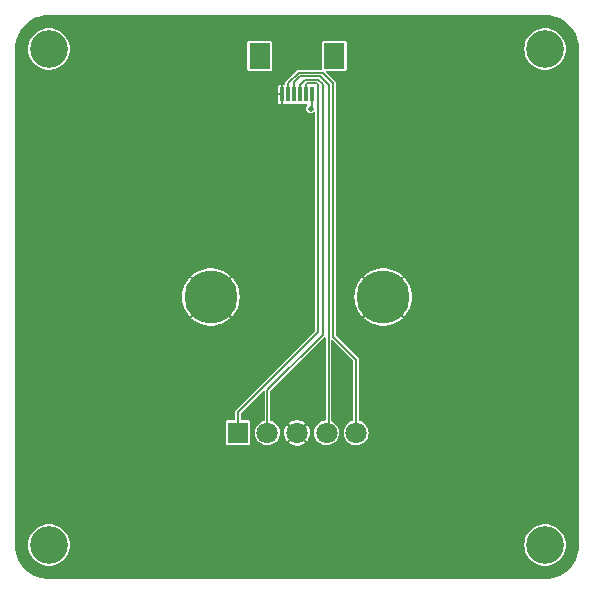
<source format=gbr>
%TF.GenerationSoftware,KiCad,Pcbnew,7.0.7*%
%TF.CreationDate,2024-01-26T16:40:15-05:00*%
%TF.ProjectId,midi-controller_encoder,6d696469-2d63-46f6-9e74-726f6c6c6572,rev?*%
%TF.SameCoordinates,Original*%
%TF.FileFunction,Copper,L2,Bot*%
%TF.FilePolarity,Positive*%
%FSLAX46Y46*%
G04 Gerber Fmt 4.6, Leading zero omitted, Abs format (unit mm)*
G04 Created by KiCad (PCBNEW 7.0.7) date 2024-01-26 16:40:15*
%MOMM*%
%LPD*%
G01*
G04 APERTURE LIST*
%TA.AperFunction,ComponentPad*%
%ADD10C,3.200000*%
%TD*%
%TA.AperFunction,ComponentPad*%
%ADD11R,1.800000X1.800000*%
%TD*%
%TA.AperFunction,ComponentPad*%
%ADD12C,1.800000*%
%TD*%
%TA.AperFunction,ComponentPad*%
%ADD13C,4.500000*%
%TD*%
%TA.AperFunction,SMDPad,CuDef*%
%ADD14R,0.300000X1.300000*%
%TD*%
%TA.AperFunction,SMDPad,CuDef*%
%ADD15R,1.800000X2.200000*%
%TD*%
%TA.AperFunction,ViaPad*%
%ADD16C,0.508000*%
%TD*%
%TA.AperFunction,Conductor*%
%ADD17C,0.152400*%
%TD*%
G04 APERTURE END LIST*
D10*
%TO.P,H4,MP,MP*%
%TO.N,unconnected-(H4-PadMP)*%
X162000000Y-114100000D03*
%TD*%
D11*
%TO.P,SW1,1,P1*%
%TO.N,/ENC_0*%
X136000000Y-104600000D03*
D12*
%TO.P,SW1,2,P2*%
%TO.N,/ENC_1*%
X138500000Y-104600000D03*
%TO.P,SW1,3,GND*%
%TO.N,GND*%
X141000000Y-104600000D03*
%TO.P,SW1,4,P3*%
%TO.N,/ENC_2*%
X143500000Y-104600000D03*
%TO.P,SW1,5,P4*%
%TO.N,/ENC_3*%
X146000000Y-104600000D03*
D13*
%TO.P,SW1,MP,MP*%
%TO.N,GND*%
X133700000Y-93100000D03*
X148300000Y-93100000D03*
%TD*%
D10*
%TO.P,H2,MP,MP*%
%TO.N,unconnected-(H2-PadMP)*%
X162000000Y-72100000D03*
%TD*%
%TO.P,H3,MP,MP*%
%TO.N,unconnected-(H3-PadMP)*%
X120000000Y-114100000D03*
%TD*%
%TO.P,H1,MP,MP*%
%TO.N,unconnected-(H1-PadMP)*%
X120000000Y-72100000D03*
%TD*%
D14*
%TO.P,J1,1,Pin_1*%
%TO.N,GND*%
X139750000Y-75950000D03*
%TO.P,J1,2,Pin_2*%
%TO.N,/ENC_3*%
X140250000Y-75950000D03*
%TO.P,J1,3,Pin_3*%
%TO.N,/ENC_2*%
X140750000Y-75950000D03*
%TO.P,J1,4,Pin_4*%
%TO.N,/ENC_1*%
X141250000Y-75950000D03*
%TO.P,J1,5,Pin_5*%
%TO.N,/ENC_0*%
X141750000Y-75950000D03*
%TO.P,J1,6,Pin_6*%
%TO.N,+3.3V*%
X142250000Y-75950000D03*
D15*
%TO.P,J1,MP*%
%TO.N,N/C*%
X137850000Y-72700000D03*
X144150000Y-72700000D03*
%TD*%
D16*
%TO.N,+3.3V*%
X142143000Y-77148000D03*
%TD*%
D17*
%TO.N,+3.3V*%
X142250000Y-77041000D02*
X142143000Y-77148000D01*
X142250000Y-75950000D02*
X142250000Y-77041000D01*
%TO.N,/ENC_0*%
X142778000Y-96071000D02*
X136000000Y-102849000D01*
X141883200Y-75014400D02*
X142676400Y-75014400D01*
X136000000Y-102849000D02*
X136000000Y-104600000D01*
X141750000Y-75950000D02*
X141750000Y-75147600D01*
X142778000Y-75116000D02*
X142778000Y-96071000D01*
X142676400Y-75014400D02*
X142778000Y-75116000D01*
X141750000Y-75147600D02*
X141883200Y-75014400D01*
%TO.N,/ENC_1*%
X143159000Y-75065948D02*
X143159000Y-96325000D01*
X141250000Y-75950000D02*
X141250000Y-75124000D01*
X141250000Y-75124000D02*
X141664400Y-74709600D01*
X138500000Y-100984000D02*
X138500000Y-104600000D01*
X141664400Y-74709600D02*
X142802652Y-74709600D01*
X143159000Y-96325000D02*
X138500000Y-100984000D01*
X142802652Y-74709600D02*
X143159000Y-75065948D01*
%TO.N,/ENC_2*%
X143667000Y-75116000D02*
X143667000Y-104433000D01*
X140750000Y-75950000D02*
X140750000Y-74921500D01*
X141266700Y-74404800D02*
X142955800Y-74404800D01*
X142955800Y-74404800D02*
X143667000Y-75116000D01*
X140750000Y-74921500D02*
X141266700Y-74404800D01*
X143667000Y-104433000D02*
X143500000Y-104600000D01*
%TO.N,/ENC_3*%
X146000000Y-98404000D02*
X146000000Y-104600000D01*
X143159000Y-74100000D02*
X144048000Y-74989000D01*
X141127000Y-74100000D02*
X143159000Y-74100000D01*
X144048000Y-96452000D02*
X146000000Y-98404000D01*
X140250000Y-74977000D02*
X141127000Y-74100000D01*
X140250000Y-75950000D02*
X140250000Y-74977000D01*
X144048000Y-74989000D02*
X144048000Y-96452000D01*
%TD*%
%TA.AperFunction,Conductor*%
%TO.N,GND*%
G36*
X162001047Y-69227559D02*
G01*
X162319514Y-69245444D01*
X162323690Y-69245914D01*
X162637110Y-69299166D01*
X162641217Y-69300104D01*
X162946693Y-69388109D01*
X162950676Y-69389503D01*
X163244378Y-69511158D01*
X163248180Y-69512989D01*
X163526416Y-69666765D01*
X163529984Y-69669007D01*
X163789252Y-69852967D01*
X163792547Y-69855595D01*
X164029593Y-70067432D01*
X164032567Y-70070406D01*
X164244401Y-70307448D01*
X164247032Y-70310747D01*
X164430989Y-70570010D01*
X164433234Y-70573583D01*
X164587010Y-70851819D01*
X164588841Y-70855621D01*
X164710496Y-71149323D01*
X164711890Y-71153306D01*
X164799895Y-71458782D01*
X164800834Y-71462895D01*
X164854083Y-71776291D01*
X164854555Y-71780485D01*
X164872441Y-72098951D01*
X164872500Y-72101060D01*
X164872500Y-114098939D01*
X164872441Y-114101048D01*
X164854555Y-114419514D01*
X164854083Y-114423708D01*
X164800834Y-114737104D01*
X164799895Y-114741217D01*
X164711890Y-115046693D01*
X164710496Y-115050676D01*
X164588841Y-115344378D01*
X164587010Y-115348180D01*
X164433234Y-115626416D01*
X164430989Y-115629989D01*
X164247032Y-115889252D01*
X164244401Y-115892551D01*
X164032572Y-116129588D01*
X164029588Y-116132572D01*
X163792551Y-116344401D01*
X163789252Y-116347032D01*
X163529989Y-116530989D01*
X163526416Y-116533234D01*
X163248180Y-116687010D01*
X163244378Y-116688841D01*
X162950676Y-116810496D01*
X162946693Y-116811890D01*
X162641217Y-116899895D01*
X162637104Y-116900834D01*
X162371150Y-116946022D01*
X162323706Y-116954083D01*
X162319514Y-116954555D01*
X162001048Y-116972441D01*
X161998939Y-116972500D01*
X120001061Y-116972500D01*
X119998952Y-116972441D01*
X119680485Y-116954555D01*
X119676295Y-116954083D01*
X119553122Y-116933155D01*
X119362895Y-116900834D01*
X119358782Y-116899895D01*
X119053306Y-116811890D01*
X119049323Y-116810496D01*
X118755621Y-116688841D01*
X118751819Y-116687010D01*
X118473583Y-116533234D01*
X118470010Y-116530989D01*
X118210747Y-116347032D01*
X118207448Y-116344401D01*
X118174001Y-116314511D01*
X117970406Y-116132567D01*
X117967432Y-116129593D01*
X117755595Y-115892547D01*
X117752967Y-115889252D01*
X117699391Y-115813744D01*
X117569007Y-115629984D01*
X117566765Y-115626416D01*
X117412989Y-115348180D01*
X117411158Y-115344378D01*
X117289503Y-115050676D01*
X117288109Y-115046693D01*
X117200104Y-114741217D01*
X117199165Y-114737104D01*
X117145914Y-114423690D01*
X117145444Y-114419514D01*
X117127559Y-114101047D01*
X117127530Y-114100000D01*
X118242185Y-114100000D01*
X118261818Y-114361989D01*
X118320280Y-114618125D01*
X118320281Y-114618128D01*
X118320282Y-114618131D01*
X118416259Y-114862679D01*
X118416265Y-114862691D01*
X118547622Y-115090208D01*
X118547623Y-115090209D01*
X118547625Y-115090212D01*
X118711430Y-115295618D01*
X118904020Y-115474315D01*
X119121093Y-115622312D01*
X119357798Y-115736304D01*
X119608849Y-115813743D01*
X119868638Y-115852900D01*
X119868640Y-115852900D01*
X120131360Y-115852900D01*
X120131362Y-115852900D01*
X120391151Y-115813743D01*
X120642202Y-115736304D01*
X120878908Y-115622312D01*
X121095980Y-115474315D01*
X121288570Y-115295618D01*
X121452375Y-115090212D01*
X121583737Y-114862687D01*
X121679720Y-114618125D01*
X121738182Y-114361989D01*
X121757815Y-114100000D01*
X160242185Y-114100000D01*
X160261818Y-114361989D01*
X160320280Y-114618125D01*
X160320281Y-114618128D01*
X160320282Y-114618131D01*
X160416259Y-114862679D01*
X160416265Y-114862691D01*
X160547622Y-115090208D01*
X160547623Y-115090209D01*
X160547625Y-115090212D01*
X160711430Y-115295618D01*
X160904020Y-115474315D01*
X161121093Y-115622312D01*
X161357798Y-115736304D01*
X161608849Y-115813743D01*
X161868638Y-115852900D01*
X161868640Y-115852900D01*
X162131360Y-115852900D01*
X162131362Y-115852900D01*
X162391151Y-115813743D01*
X162642202Y-115736304D01*
X162878908Y-115622312D01*
X163095980Y-115474315D01*
X163288570Y-115295618D01*
X163452375Y-115090212D01*
X163583737Y-114862687D01*
X163679720Y-114618125D01*
X163738182Y-114361989D01*
X163757815Y-114100000D01*
X163738182Y-113838011D01*
X163679720Y-113581875D01*
X163583737Y-113337313D01*
X163452375Y-113109788D01*
X163288570Y-112904382D01*
X163095980Y-112725685D01*
X162878908Y-112577688D01*
X162642202Y-112463696D01*
X162642200Y-112463695D01*
X162391154Y-112386258D01*
X162391151Y-112386257D01*
X162391147Y-112386256D01*
X162391141Y-112386255D01*
X162229965Y-112361962D01*
X162131362Y-112347100D01*
X161868638Y-112347100D01*
X161785762Y-112359591D01*
X161608858Y-112386255D01*
X161608845Y-112386258D01*
X161357799Y-112463695D01*
X161121092Y-112577688D01*
X160904022Y-112725683D01*
X160711432Y-112904379D01*
X160547625Y-113109788D01*
X160547622Y-113109791D01*
X160416265Y-113337308D01*
X160416259Y-113337320D01*
X160320282Y-113581868D01*
X160261818Y-113838008D01*
X160242185Y-114099999D01*
X160242185Y-114100000D01*
X121757815Y-114100000D01*
X121738182Y-113838011D01*
X121679720Y-113581875D01*
X121583737Y-113337313D01*
X121452375Y-113109788D01*
X121288570Y-112904382D01*
X121095980Y-112725685D01*
X120878908Y-112577688D01*
X120642202Y-112463696D01*
X120642200Y-112463695D01*
X120391154Y-112386258D01*
X120391151Y-112386257D01*
X120391147Y-112386256D01*
X120391141Y-112386255D01*
X120229965Y-112361962D01*
X120131362Y-112347100D01*
X119868638Y-112347100D01*
X119785762Y-112359591D01*
X119608858Y-112386255D01*
X119608845Y-112386258D01*
X119357799Y-112463695D01*
X119121092Y-112577688D01*
X118904022Y-112725683D01*
X118711432Y-112904379D01*
X118547625Y-113109788D01*
X118547622Y-113109791D01*
X118416265Y-113337308D01*
X118416259Y-113337320D01*
X118320282Y-113581868D01*
X118261818Y-113838008D01*
X118242185Y-114099999D01*
X118242185Y-114100000D01*
X117127530Y-114100000D01*
X117127500Y-114098939D01*
X117127500Y-105515055D01*
X134947100Y-105515055D01*
X134947101Y-105515057D01*
X134955972Y-105559659D01*
X134989764Y-105610232D01*
X134989765Y-105610232D01*
X134989766Y-105610234D01*
X135040342Y-105644028D01*
X135084943Y-105652900D01*
X136915056Y-105652899D01*
X136959658Y-105644028D01*
X137010234Y-105610234D01*
X137044028Y-105559658D01*
X137052900Y-105515057D01*
X137052899Y-103684944D01*
X137044028Y-103640342D01*
X137017601Y-103600792D01*
X137010235Y-103589767D01*
X137003710Y-103585407D01*
X136959658Y-103555972D01*
X136959656Y-103555971D01*
X136915057Y-103547100D01*
X136304300Y-103547100D01*
X136255962Y-103529507D01*
X136230242Y-103484958D01*
X136229100Y-103471900D01*
X136229100Y-102975043D01*
X136246693Y-102926705D01*
X136251126Y-102921869D01*
X136490929Y-102682066D01*
X138142527Y-101030467D01*
X138189146Y-101008728D01*
X138238833Y-101022042D01*
X138268338Y-101064179D01*
X138270900Y-101083642D01*
X138270900Y-103513445D01*
X138253307Y-103561783D01*
X138217530Y-103585407D01*
X138095122Y-103622540D01*
X137912206Y-103720310D01*
X137751884Y-103851884D01*
X137620310Y-104012206D01*
X137522538Y-104195125D01*
X137522537Y-104195129D01*
X137462333Y-104393596D01*
X137442005Y-104600000D01*
X137462333Y-104806403D01*
X137522537Y-105004870D01*
X137522538Y-105004874D01*
X137620310Y-105187793D01*
X137751884Y-105348115D01*
X137912206Y-105479689D01*
X137912207Y-105479689D01*
X137912209Y-105479691D01*
X138095123Y-105577460D01*
X138095125Y-105577461D01*
X138095129Y-105577462D01*
X138140522Y-105591231D01*
X138293595Y-105637666D01*
X138500000Y-105657995D01*
X138706405Y-105637666D01*
X138904877Y-105577460D01*
X139087791Y-105479691D01*
X139248115Y-105348115D01*
X139379691Y-105187791D01*
X139477460Y-105004877D01*
X139537666Y-104806405D01*
X139557995Y-104600002D01*
X139917583Y-104600002D01*
X139936013Y-104798894D01*
X139936014Y-104798902D01*
X139990673Y-104991009D01*
X139990674Y-104991010D01*
X140079709Y-105169817D01*
X140176408Y-105297866D01*
X140528676Y-104945597D01*
X140575297Y-104923857D01*
X140624984Y-104937171D01*
X140631090Y-104941933D01*
X140651858Y-104959929D01*
X140676868Y-105004879D01*
X140667134Y-105055389D01*
X140655787Y-105069935D01*
X140302833Y-105422888D01*
X140302834Y-105422889D01*
X140347695Y-105463784D01*
X140347702Y-105463789D01*
X140517521Y-105568938D01*
X140703782Y-105641095D01*
X140900131Y-105677800D01*
X141099868Y-105677800D01*
X141296217Y-105641095D01*
X141482477Y-105568938D01*
X141482478Y-105568938D01*
X141652304Y-105463785D01*
X141697164Y-105422889D01*
X141344211Y-105069936D01*
X141322471Y-105023315D01*
X141335785Y-104973628D01*
X141348130Y-104959938D01*
X141368906Y-104941936D01*
X141416955Y-104923580D01*
X141465565Y-104940405D01*
X141471322Y-104945597D01*
X141823590Y-105297866D01*
X141920287Y-105169821D01*
X142009325Y-104991010D01*
X142009326Y-104991009D01*
X142063985Y-104798902D01*
X142063986Y-104798894D01*
X142082417Y-104600002D01*
X142082417Y-104599997D01*
X142063986Y-104401105D01*
X142063985Y-104401097D01*
X142009326Y-104208990D01*
X142009325Y-104208989D01*
X141920287Y-104030178D01*
X141823590Y-103902131D01*
X141471321Y-104254401D01*
X141424701Y-104276141D01*
X141375014Y-104262827D01*
X141368902Y-104258060D01*
X141368900Y-104258058D01*
X141348139Y-104240069D01*
X141323130Y-104195119D01*
X141332864Y-104144609D01*
X141344211Y-104130062D01*
X141697164Y-103777109D01*
X141652304Y-103736215D01*
X141652297Y-103736210D01*
X141482478Y-103631061D01*
X141296217Y-103558904D01*
X141099869Y-103522200D01*
X140900131Y-103522200D01*
X140703782Y-103558904D01*
X140517522Y-103631061D01*
X140517521Y-103631061D01*
X140347693Y-103736216D01*
X140302834Y-103777109D01*
X140302834Y-103777110D01*
X140655787Y-104130063D01*
X140677527Y-104176683D01*
X140664213Y-104226370D01*
X140651861Y-104240067D01*
X140631100Y-104258058D01*
X140583048Y-104276418D01*
X140534437Y-104259596D01*
X140528677Y-104254402D01*
X140176407Y-103902131D01*
X140079708Y-104030185D01*
X139990674Y-104208989D01*
X139990673Y-104208990D01*
X139936014Y-104401097D01*
X139936013Y-104401105D01*
X139917583Y-104599997D01*
X139917583Y-104600002D01*
X139557995Y-104600002D01*
X139557995Y-104600000D01*
X139537666Y-104393595D01*
X139477460Y-104195123D01*
X139379691Y-104012209D01*
X139379689Y-104012206D01*
X139248115Y-103851884D01*
X139087793Y-103720310D01*
X138904877Y-103622540D01*
X138782470Y-103585407D01*
X138741321Y-103554538D01*
X138729100Y-103513445D01*
X138729100Y-101110044D01*
X138746693Y-101061706D01*
X138751126Y-101056870D01*
X138931911Y-100876085D01*
X143309527Y-96498468D01*
X143356146Y-96476729D01*
X143405833Y-96490043D01*
X143435338Y-96532180D01*
X143437900Y-96551643D01*
X143437900Y-103479963D01*
X143420307Y-103528301D01*
X143375758Y-103554021D01*
X143370071Y-103554801D01*
X143293598Y-103562333D01*
X143293596Y-103562333D01*
X143095129Y-103622537D01*
X143095125Y-103622538D01*
X142912206Y-103720310D01*
X142751884Y-103851884D01*
X142620310Y-104012206D01*
X142522538Y-104195125D01*
X142522537Y-104195129D01*
X142462333Y-104393596D01*
X142442005Y-104599999D01*
X142462333Y-104806403D01*
X142522537Y-105004870D01*
X142522538Y-105004874D01*
X142620310Y-105187793D01*
X142751884Y-105348115D01*
X142912206Y-105479689D01*
X142912207Y-105479689D01*
X142912209Y-105479691D01*
X143095123Y-105577460D01*
X143095125Y-105577461D01*
X143095129Y-105577462D01*
X143140522Y-105591231D01*
X143293595Y-105637666D01*
X143500000Y-105657995D01*
X143706405Y-105637666D01*
X143904877Y-105577460D01*
X144087791Y-105479691D01*
X144248115Y-105348115D01*
X144379691Y-105187791D01*
X144477460Y-105004877D01*
X144537666Y-104806405D01*
X144557995Y-104600000D01*
X144537666Y-104393595D01*
X144477460Y-104195123D01*
X144379691Y-104012209D01*
X144379689Y-104012206D01*
X144248115Y-103851884D01*
X144112168Y-103740315D01*
X144087791Y-103720309D01*
X144087788Y-103720307D01*
X144087786Y-103720306D01*
X143935851Y-103639094D01*
X143901514Y-103600792D01*
X143896100Y-103572774D01*
X143896100Y-96805644D01*
X143913693Y-96757306D01*
X143958242Y-96731586D01*
X144008900Y-96740519D01*
X144024474Y-96752470D01*
X145748874Y-98476870D01*
X145770614Y-98523490D01*
X145770900Y-98530044D01*
X145770900Y-103513445D01*
X145753307Y-103561783D01*
X145717530Y-103585407D01*
X145595122Y-103622540D01*
X145412206Y-103720310D01*
X145251884Y-103851884D01*
X145120310Y-104012206D01*
X145022538Y-104195125D01*
X145022537Y-104195129D01*
X144962333Y-104393596D01*
X144942005Y-104600000D01*
X144962333Y-104806403D01*
X145022537Y-105004870D01*
X145022538Y-105004874D01*
X145120310Y-105187793D01*
X145251884Y-105348115D01*
X145412206Y-105479689D01*
X145412207Y-105479689D01*
X145412209Y-105479691D01*
X145595123Y-105577460D01*
X145595125Y-105577461D01*
X145595129Y-105577462D01*
X145640522Y-105591231D01*
X145793595Y-105637666D01*
X146000000Y-105657995D01*
X146206405Y-105637666D01*
X146404877Y-105577460D01*
X146587791Y-105479691D01*
X146748115Y-105348115D01*
X146879691Y-105187791D01*
X146977460Y-105004877D01*
X147037666Y-104806405D01*
X147057995Y-104600000D01*
X147037666Y-104393595D01*
X146977460Y-104195123D01*
X146879691Y-104012209D01*
X146879689Y-104012206D01*
X146748115Y-103851884D01*
X146587793Y-103720310D01*
X146404877Y-103622540D01*
X146282470Y-103585407D01*
X146241321Y-103554538D01*
X146229100Y-103513445D01*
X146229100Y-98410974D01*
X146229152Y-98409006D01*
X146231334Y-98367362D01*
X146231334Y-98367361D01*
X146222463Y-98344253D01*
X146219114Y-98332943D01*
X146213969Y-98308737D01*
X146213969Y-98308735D01*
X146208887Y-98301741D01*
X146199526Y-98284497D01*
X146196432Y-98276436D01*
X146196430Y-98276434D01*
X146196430Y-98276433D01*
X146178932Y-98258935D01*
X146171268Y-98249963D01*
X146156721Y-98229940D01*
X146149242Y-98225623D01*
X146133668Y-98213672D01*
X144299126Y-96379129D01*
X144277386Y-96332509D01*
X144277100Y-96325955D01*
X144277100Y-93100000D01*
X145867400Y-93100000D01*
X145886583Y-93404892D01*
X145943825Y-93704965D01*
X145943826Y-93704969D01*
X146038220Y-93995485D01*
X146038229Y-93995507D01*
X146168292Y-94271907D01*
X146168301Y-94271924D01*
X146331977Y-94529835D01*
X146331983Y-94529844D01*
X146518713Y-94755561D01*
X147121948Y-94152325D01*
X147168569Y-94130585D01*
X147218256Y-94143899D01*
X147226053Y-94150171D01*
X147236008Y-94159335D01*
X147246231Y-94168746D01*
X147269880Y-94214426D01*
X147258632Y-94264622D01*
X147248475Y-94277247D01*
X146647275Y-94878446D01*
X146647276Y-94878447D01*
X146749399Y-94974348D01*
X146749406Y-94974354D01*
X146996551Y-95153914D01*
X146996552Y-95153915D01*
X147264237Y-95301076D01*
X147264253Y-95301083D01*
X147548288Y-95413541D01*
X147548293Y-95413543D01*
X147844163Y-95489509D01*
X147844187Y-95489513D01*
X148147258Y-95527800D01*
X148452742Y-95527800D01*
X148755812Y-95489513D01*
X148755836Y-95489509D01*
X149051706Y-95413543D01*
X149051711Y-95413541D01*
X149335746Y-95301083D01*
X149335762Y-95301076D01*
X149603447Y-95153915D01*
X149603448Y-95153914D01*
X149850597Y-94974351D01*
X149952722Y-94878447D01*
X149952723Y-94878446D01*
X149351523Y-94277247D01*
X149329783Y-94230627D01*
X149343097Y-94180940D01*
X149353755Y-94168757D01*
X149373947Y-94150169D01*
X149421425Y-94130378D01*
X149470519Y-94145735D01*
X149478049Y-94152325D01*
X150081285Y-94755562D01*
X150268016Y-94529844D01*
X150268022Y-94529835D01*
X150431698Y-94271924D01*
X150431707Y-94271907D01*
X150561770Y-93995507D01*
X150561779Y-93995485D01*
X150656173Y-93704969D01*
X150656174Y-93704965D01*
X150713416Y-93404892D01*
X150732599Y-93100000D01*
X150713416Y-92795107D01*
X150656174Y-92495034D01*
X150656173Y-92495030D01*
X150561779Y-92204514D01*
X150561770Y-92204492D01*
X150431707Y-91928092D01*
X150431698Y-91928075D01*
X150268022Y-91670164D01*
X150268016Y-91670155D01*
X150081284Y-91444436D01*
X149478049Y-92047673D01*
X149431429Y-92069413D01*
X149381742Y-92056099D01*
X149373945Y-92049827D01*
X149361455Y-92038329D01*
X149353766Y-92031252D01*
X149330118Y-91985572D01*
X149341366Y-91935376D01*
X149351523Y-91922750D01*
X149952722Y-91321551D01*
X149850600Y-91225651D01*
X149850593Y-91225645D01*
X149603448Y-91046085D01*
X149603447Y-91046084D01*
X149335762Y-90898923D01*
X149335746Y-90898916D01*
X149051711Y-90786458D01*
X149051706Y-90786456D01*
X148755836Y-90710490D01*
X148755812Y-90710486D01*
X148452742Y-90672200D01*
X148147258Y-90672200D01*
X147844187Y-90710486D01*
X147844163Y-90710490D01*
X147548293Y-90786456D01*
X147548288Y-90786458D01*
X147264253Y-90898916D01*
X147264237Y-90898923D01*
X146996552Y-91046084D01*
X146996551Y-91046085D01*
X146749406Y-91225645D01*
X146749399Y-91225651D01*
X146647276Y-91321551D01*
X146647275Y-91321552D01*
X147248475Y-91922751D01*
X147270215Y-91969371D01*
X147256901Y-92019058D01*
X147246234Y-92031250D01*
X147226057Y-92049825D01*
X147178578Y-92069621D01*
X147129483Y-92054266D01*
X147121950Y-92047674D01*
X146518713Y-91444436D01*
X146331983Y-91670155D01*
X146331977Y-91670164D01*
X146168301Y-91928075D01*
X146168292Y-91928092D01*
X146038229Y-92204492D01*
X146038220Y-92204514D01*
X145943826Y-92495030D01*
X145943825Y-92495034D01*
X145886583Y-92795107D01*
X145867400Y-93100000D01*
X144277100Y-93100000D01*
X144277100Y-74995982D01*
X144277152Y-74994014D01*
X144279334Y-74952362D01*
X144279334Y-74952361D01*
X144270463Y-74929253D01*
X144267114Y-74917943D01*
X144261969Y-74893735D01*
X144256887Y-74886741D01*
X144247526Y-74869497D01*
X144244432Y-74861436D01*
X144244430Y-74861434D01*
X144244430Y-74861433D01*
X144226932Y-74843935D01*
X144219268Y-74834963D01*
X144204721Y-74814940D01*
X144197242Y-74810623D01*
X144181668Y-74798672D01*
X143464270Y-74081273D01*
X143442530Y-74034653D01*
X143455844Y-73984966D01*
X143497981Y-73955461D01*
X143517444Y-73952899D01*
X145065056Y-73952899D01*
X145109658Y-73944028D01*
X145160234Y-73910234D01*
X145194028Y-73859658D01*
X145202900Y-73815057D01*
X145202899Y-72100000D01*
X160242185Y-72100000D01*
X160261818Y-72361989D01*
X160320280Y-72618125D01*
X160320281Y-72618128D01*
X160320282Y-72618131D01*
X160416259Y-72862679D01*
X160416265Y-72862691D01*
X160547622Y-73090208D01*
X160547623Y-73090209D01*
X160547625Y-73090212D01*
X160711430Y-73295618D01*
X160904020Y-73474315D01*
X161121093Y-73622312D01*
X161357798Y-73736304D01*
X161608849Y-73813743D01*
X161868638Y-73852900D01*
X161868640Y-73852900D01*
X162131360Y-73852900D01*
X162131362Y-73852900D01*
X162391151Y-73813743D01*
X162642202Y-73736304D01*
X162878908Y-73622312D01*
X163095980Y-73474315D01*
X163288570Y-73295618D01*
X163452375Y-73090212D01*
X163583737Y-72862687D01*
X163679720Y-72618125D01*
X163738182Y-72361989D01*
X163757815Y-72100000D01*
X163738182Y-71838011D01*
X163679720Y-71581875D01*
X163583737Y-71337313D01*
X163477500Y-71153306D01*
X163452377Y-71109791D01*
X163452376Y-71109790D01*
X163452375Y-71109788D01*
X163288570Y-70904382D01*
X163095980Y-70725685D01*
X162878908Y-70577688D01*
X162642202Y-70463696D01*
X162642200Y-70463695D01*
X162391154Y-70386258D01*
X162391151Y-70386257D01*
X162391147Y-70386256D01*
X162391141Y-70386255D01*
X162229965Y-70361962D01*
X162131362Y-70347100D01*
X161868638Y-70347100D01*
X161785762Y-70359591D01*
X161608858Y-70386255D01*
X161608845Y-70386258D01*
X161357799Y-70463695D01*
X161121092Y-70577688D01*
X160904022Y-70725683D01*
X160711432Y-70904379D01*
X160547625Y-71109788D01*
X160547622Y-71109791D01*
X160416265Y-71337308D01*
X160416259Y-71337320D01*
X160320282Y-71581868D01*
X160320280Y-71581872D01*
X160320280Y-71581875D01*
X160298645Y-71676659D01*
X160261818Y-71838008D01*
X160261818Y-71838011D01*
X160242185Y-72100000D01*
X145202899Y-72100000D01*
X145202899Y-71584944D01*
X145194028Y-71540342D01*
X145160234Y-71489766D01*
X145109658Y-71455972D01*
X145109656Y-71455971D01*
X145065057Y-71447100D01*
X143234944Y-71447100D01*
X143234942Y-71447101D01*
X143190340Y-71455972D01*
X143139767Y-71489764D01*
X143105972Y-71540342D01*
X143105971Y-71540343D01*
X143097100Y-71584942D01*
X143097101Y-73795700D01*
X143079508Y-73844038D01*
X143034959Y-73869758D01*
X143021901Y-73870900D01*
X141133975Y-73870900D01*
X141132007Y-73870848D01*
X141090362Y-73868665D01*
X141090360Y-73868665D01*
X141067252Y-73877535D01*
X141055945Y-73880884D01*
X141031735Y-73886030D01*
X141024748Y-73891107D01*
X141007502Y-73900471D01*
X140999439Y-73903566D01*
X140999434Y-73903569D01*
X140981931Y-73921071D01*
X140972965Y-73928729D01*
X140952942Y-73943277D01*
X140952940Y-73943280D01*
X140948622Y-73950759D01*
X140936673Y-73966329D01*
X140092936Y-74810066D01*
X140091509Y-74811420D01*
X140060514Y-74839329D01*
X140060512Y-74839333D01*
X140050446Y-74861939D01*
X140044821Y-74872300D01*
X140031338Y-74893065D01*
X140029986Y-74901599D01*
X140024414Y-74920409D01*
X140020900Y-74928303D01*
X140020900Y-74953053D01*
X140019974Y-74964818D01*
X140016567Y-74986330D01*
X140016103Y-74989258D01*
X140017377Y-74994014D01*
X140018337Y-74997594D01*
X140020900Y-75017059D01*
X140020900Y-75051133D01*
X140003307Y-75099471D01*
X139958758Y-75125191D01*
X139931032Y-75124889D01*
X139917510Y-75122200D01*
X139838900Y-75122200D01*
X139838900Y-76777799D01*
X139917510Y-76777799D01*
X139917514Y-76777798D01*
X139969372Y-76767484D01*
X139969374Y-76767483D01*
X139986801Y-76755838D01*
X140036766Y-76743608D01*
X140043241Y-76744604D01*
X140084943Y-76752900D01*
X140415056Y-76752899D01*
X140459658Y-76744028D01*
X140459660Y-76744026D01*
X140466503Y-76741193D01*
X140467168Y-76742799D01*
X140508181Y-76732760D01*
X140533217Y-76741872D01*
X140533499Y-76741193D01*
X140540340Y-76744026D01*
X140540342Y-76744028D01*
X140584943Y-76752900D01*
X140915056Y-76752899D01*
X140959658Y-76744028D01*
X140959660Y-76744026D01*
X140966503Y-76741193D01*
X140967168Y-76742799D01*
X141008181Y-76732760D01*
X141033217Y-76741872D01*
X141033499Y-76741193D01*
X141040340Y-76744026D01*
X141040342Y-76744028D01*
X141084943Y-76752900D01*
X141415056Y-76752899D01*
X141459658Y-76744028D01*
X141459660Y-76744026D01*
X141466503Y-76741193D01*
X141467168Y-76742799D01*
X141508181Y-76732760D01*
X141533217Y-76741872D01*
X141533499Y-76741193D01*
X141540340Y-76744026D01*
X141540342Y-76744028D01*
X141584943Y-76752900D01*
X141781109Y-76752899D01*
X141829445Y-76770492D01*
X141855165Y-76815040D01*
X141846233Y-76865699D01*
X141834283Y-76881273D01*
X141809707Y-76905849D01*
X141751191Y-77020692D01*
X141731028Y-77147999D01*
X141731028Y-77148000D01*
X141751191Y-77275307D01*
X141809708Y-77390152D01*
X141900847Y-77481291D01*
X141900849Y-77481292D01*
X142015692Y-77539808D01*
X142015694Y-77539809D01*
X142113487Y-77555297D01*
X142142999Y-77559972D01*
X142143000Y-77559972D01*
X142143001Y-77559972D01*
X142163163Y-77556778D01*
X142270306Y-77539809D01*
X142385151Y-77481292D01*
X142386814Y-77479629D01*
X142420526Y-77445918D01*
X142467146Y-77424178D01*
X142516833Y-77437492D01*
X142546338Y-77479629D01*
X142548900Y-77499092D01*
X142548900Y-95944954D01*
X142531307Y-95993292D01*
X142526874Y-95998128D01*
X135842936Y-102682066D01*
X135841509Y-102683420D01*
X135810514Y-102711329D01*
X135810512Y-102711333D01*
X135800446Y-102733939D01*
X135794821Y-102744300D01*
X135781338Y-102765065D01*
X135779986Y-102773599D01*
X135774414Y-102792409D01*
X135770900Y-102800303D01*
X135770900Y-102825053D01*
X135769974Y-102836818D01*
X135766103Y-102861256D01*
X135766103Y-102861257D01*
X135768337Y-102869594D01*
X135770900Y-102889059D01*
X135770900Y-103471900D01*
X135753307Y-103520238D01*
X135708758Y-103545958D01*
X135695700Y-103547100D01*
X135084944Y-103547100D01*
X135084942Y-103547101D01*
X135040340Y-103555972D01*
X134989767Y-103589764D01*
X134955972Y-103640342D01*
X134955971Y-103640343D01*
X134947100Y-103684942D01*
X134947100Y-105515055D01*
X117127500Y-105515055D01*
X117127500Y-93099999D01*
X131267400Y-93099999D01*
X131286583Y-93404892D01*
X131343825Y-93704965D01*
X131343826Y-93704969D01*
X131438220Y-93995485D01*
X131438229Y-93995507D01*
X131568292Y-94271907D01*
X131568301Y-94271924D01*
X131731977Y-94529835D01*
X131731983Y-94529844D01*
X131918713Y-94755561D01*
X132521948Y-94152325D01*
X132568569Y-94130585D01*
X132618256Y-94143899D01*
X132626053Y-94150171D01*
X132636008Y-94159335D01*
X132646231Y-94168746D01*
X132669880Y-94214426D01*
X132658632Y-94264622D01*
X132648475Y-94277247D01*
X132047275Y-94878446D01*
X132047276Y-94878447D01*
X132149399Y-94974348D01*
X132149406Y-94974354D01*
X132396551Y-95153914D01*
X132396552Y-95153915D01*
X132664237Y-95301076D01*
X132664253Y-95301083D01*
X132948288Y-95413541D01*
X132948293Y-95413543D01*
X133244163Y-95489509D01*
X133244187Y-95489513D01*
X133547258Y-95527800D01*
X133852742Y-95527800D01*
X134155812Y-95489513D01*
X134155836Y-95489509D01*
X134451706Y-95413543D01*
X134451711Y-95413541D01*
X134735746Y-95301083D01*
X134735762Y-95301076D01*
X135003447Y-95153915D01*
X135003448Y-95153914D01*
X135250597Y-94974351D01*
X135352722Y-94878447D01*
X135352723Y-94878446D01*
X134751523Y-94277247D01*
X134729783Y-94230627D01*
X134743097Y-94180940D01*
X134753755Y-94168757D01*
X134773947Y-94150169D01*
X134821425Y-94130378D01*
X134870519Y-94145735D01*
X134878049Y-94152325D01*
X135481285Y-94755562D01*
X135668016Y-94529844D01*
X135668022Y-94529835D01*
X135831698Y-94271924D01*
X135831707Y-94271907D01*
X135961770Y-93995507D01*
X135961779Y-93995485D01*
X136056173Y-93704969D01*
X136056174Y-93704965D01*
X136113416Y-93404892D01*
X136132599Y-93100000D01*
X136113416Y-92795107D01*
X136056174Y-92495034D01*
X136056173Y-92495030D01*
X135961779Y-92204514D01*
X135961770Y-92204492D01*
X135831707Y-91928092D01*
X135831698Y-91928075D01*
X135668022Y-91670164D01*
X135668016Y-91670155D01*
X135481284Y-91444436D01*
X134878049Y-92047673D01*
X134831429Y-92069413D01*
X134781742Y-92056099D01*
X134773945Y-92049827D01*
X134761455Y-92038329D01*
X134753766Y-92031252D01*
X134730118Y-91985572D01*
X134741366Y-91935376D01*
X134751523Y-91922750D01*
X135352722Y-91321551D01*
X135250600Y-91225651D01*
X135250593Y-91225645D01*
X135003448Y-91046085D01*
X135003447Y-91046084D01*
X134735762Y-90898923D01*
X134735746Y-90898916D01*
X134451711Y-90786458D01*
X134451706Y-90786456D01*
X134155836Y-90710490D01*
X134155812Y-90710486D01*
X133852742Y-90672200D01*
X133547258Y-90672200D01*
X133244187Y-90710486D01*
X133244163Y-90710490D01*
X132948293Y-90786456D01*
X132948288Y-90786458D01*
X132664253Y-90898916D01*
X132664237Y-90898923D01*
X132396552Y-91046084D01*
X132396551Y-91046085D01*
X132149406Y-91225645D01*
X132149399Y-91225651D01*
X132047276Y-91321551D01*
X132047275Y-91321552D01*
X132648475Y-91922751D01*
X132670215Y-91969371D01*
X132656901Y-92019058D01*
X132646234Y-92031250D01*
X132626057Y-92049825D01*
X132578578Y-92069621D01*
X132529483Y-92054266D01*
X132521950Y-92047674D01*
X131918713Y-91444436D01*
X131731983Y-91670155D01*
X131731977Y-91670164D01*
X131568301Y-91928075D01*
X131568292Y-91928092D01*
X131438229Y-92204492D01*
X131438220Y-92204514D01*
X131343826Y-92495030D01*
X131343825Y-92495034D01*
X131286583Y-92795107D01*
X131267400Y-93099999D01*
X117127500Y-93099999D01*
X117127500Y-76038900D01*
X139422201Y-76038900D01*
X139422201Y-76617508D01*
X139432515Y-76669371D01*
X139432516Y-76669374D01*
X139471814Y-76728185D01*
X139530625Y-76767483D01*
X139530627Y-76767484D01*
X139582488Y-76777799D01*
X139661100Y-76777799D01*
X139661100Y-76038900D01*
X139422201Y-76038900D01*
X117127500Y-76038900D01*
X117127500Y-75861100D01*
X139422200Y-75861100D01*
X139661100Y-75861100D01*
X139661100Y-75122200D01*
X139582491Y-75122200D01*
X139530628Y-75132515D01*
X139530625Y-75132516D01*
X139471814Y-75171814D01*
X139432516Y-75230625D01*
X139432515Y-75230627D01*
X139422200Y-75282488D01*
X139422200Y-75861100D01*
X117127500Y-75861100D01*
X117127500Y-72101060D01*
X117127530Y-72100000D01*
X118242185Y-72100000D01*
X118261818Y-72361989D01*
X118320280Y-72618125D01*
X118320281Y-72618128D01*
X118320282Y-72618131D01*
X118416259Y-72862679D01*
X118416265Y-72862691D01*
X118547622Y-73090208D01*
X118547623Y-73090209D01*
X118547625Y-73090212D01*
X118711430Y-73295618D01*
X118904020Y-73474315D01*
X119121093Y-73622312D01*
X119357798Y-73736304D01*
X119608849Y-73813743D01*
X119868638Y-73852900D01*
X119868640Y-73852900D01*
X120131360Y-73852900D01*
X120131362Y-73852900D01*
X120382446Y-73815055D01*
X136797100Y-73815055D01*
X136797101Y-73815057D01*
X136805972Y-73859659D01*
X136839764Y-73910232D01*
X136839765Y-73910232D01*
X136839766Y-73910234D01*
X136890342Y-73944028D01*
X136934943Y-73952900D01*
X138765056Y-73952899D01*
X138809658Y-73944028D01*
X138860234Y-73910234D01*
X138894028Y-73859658D01*
X138902900Y-73815057D01*
X138902899Y-71584944D01*
X138894028Y-71540342D01*
X138860234Y-71489766D01*
X138809658Y-71455972D01*
X138809656Y-71455971D01*
X138765057Y-71447100D01*
X136934944Y-71447100D01*
X136934942Y-71447101D01*
X136890340Y-71455972D01*
X136839767Y-71489764D01*
X136805972Y-71540342D01*
X136805971Y-71540343D01*
X136797100Y-71584942D01*
X136797100Y-73815055D01*
X120382446Y-73815055D01*
X120391151Y-73813743D01*
X120642202Y-73736304D01*
X120878908Y-73622312D01*
X121095980Y-73474315D01*
X121288570Y-73295618D01*
X121452375Y-73090212D01*
X121583737Y-72862687D01*
X121679720Y-72618125D01*
X121738182Y-72361989D01*
X121757815Y-72100000D01*
X121738182Y-71838011D01*
X121679720Y-71581875D01*
X121583737Y-71337313D01*
X121477500Y-71153306D01*
X121452377Y-71109791D01*
X121452376Y-71109790D01*
X121452375Y-71109788D01*
X121288570Y-70904382D01*
X121095980Y-70725685D01*
X120878908Y-70577688D01*
X120642202Y-70463696D01*
X120642200Y-70463695D01*
X120391154Y-70386258D01*
X120391151Y-70386257D01*
X120391147Y-70386256D01*
X120391141Y-70386255D01*
X120229965Y-70361962D01*
X120131362Y-70347100D01*
X119868638Y-70347100D01*
X119785762Y-70359591D01*
X119608858Y-70386255D01*
X119608845Y-70386258D01*
X119357799Y-70463695D01*
X119121092Y-70577688D01*
X118904022Y-70725683D01*
X118711432Y-70904379D01*
X118547625Y-71109788D01*
X118547622Y-71109791D01*
X118416265Y-71337308D01*
X118416259Y-71337320D01*
X118320282Y-71581868D01*
X118320280Y-71581872D01*
X118320280Y-71581875D01*
X118298645Y-71676659D01*
X118261818Y-71838008D01*
X118242185Y-72099999D01*
X118242185Y-72100000D01*
X117127530Y-72100000D01*
X117127559Y-72098952D01*
X117145444Y-71780485D01*
X117145913Y-71776311D01*
X117199167Y-71462885D01*
X117200104Y-71458782D01*
X117288109Y-71153306D01*
X117289503Y-71149323D01*
X117336104Y-71036816D01*
X117411161Y-70855614D01*
X117412989Y-70851819D01*
X117508948Y-70678196D01*
X117566767Y-70573578D01*
X117569001Y-70570023D01*
X117752975Y-70310736D01*
X117755588Y-70307460D01*
X117967441Y-70070396D01*
X117970396Y-70067441D01*
X118207460Y-69855588D01*
X118210736Y-69852975D01*
X118470023Y-69669001D01*
X118473578Y-69666767D01*
X118751825Y-69512985D01*
X118755614Y-69511161D01*
X118936816Y-69436104D01*
X119049323Y-69389503D01*
X119053301Y-69388110D01*
X119358781Y-69300104D01*
X119362885Y-69299167D01*
X119676311Y-69245913D01*
X119680485Y-69245444D01*
X119998953Y-69227559D01*
X120001061Y-69227500D01*
X120029101Y-69227500D01*
X161970899Y-69227500D01*
X161998939Y-69227500D01*
X162001047Y-69227559D01*
G37*
%TD.AperFunction*%
%TD*%
M02*

</source>
